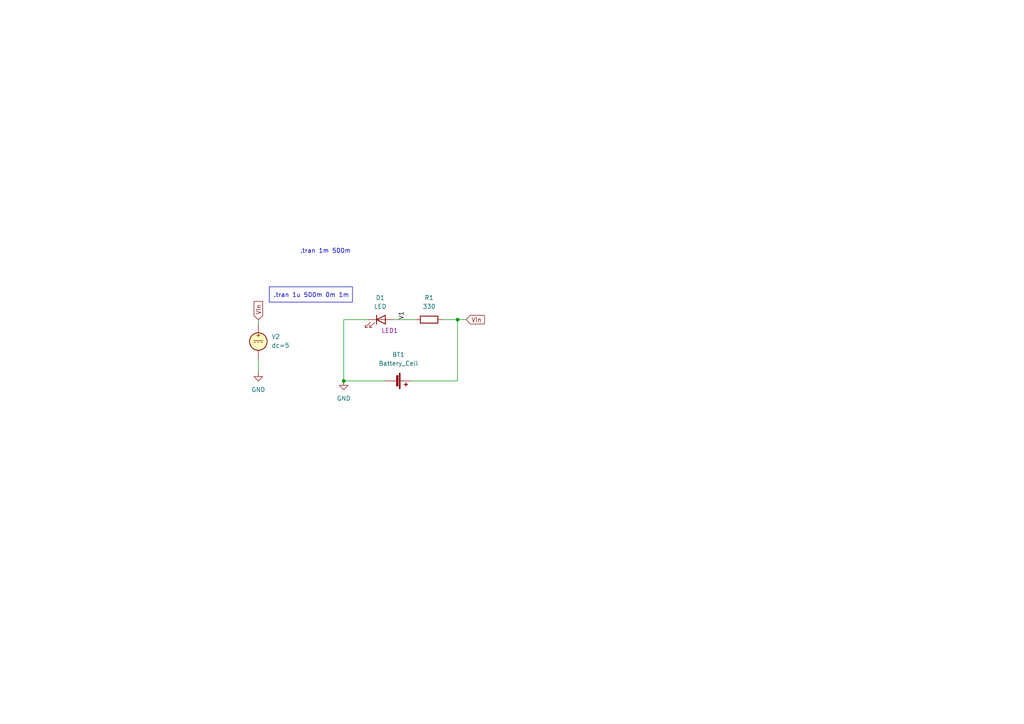
<source format=kicad_sch>
(kicad_sch (version 20231120) (generator "eeschema") (generator_version "8.0")
  (paper "A4")
  (lib_symbols
    (symbol "Device:Battery_Cell" (pin_numbers hide) (pin_names (offset 0) hide)
      (property "Reference" "BT" (at 2.54 2.54 0))
      (property "Value" "Battery_Cell" (at 2.54 0 0))
      (symbol "Battery_Cell_0_1"
        (rectangle (start -2.286 1.778) (end 2.286 1.524) (fill (type outline)))
        (rectangle (start -1.5748 1.1938) (end 1.4732 0.6858) (fill (type outline)))
        (polyline (pts (xy 0 0.762) (xy 0 0)))
        (polyline (pts (xy 0 1.778) (xy 0 2.54)))
        (polyline (pts (xy 0.508 3.429) (xy 1.524 3.429)) (stroke (width 0.254)))
        (polyline (pts (xy 1.016 3.937) (xy 1.016 2.921)) (stroke (width 0.254)))
      )
      (symbol "Battery_Cell_1_1"
        (pin passive line (at 0 5.08 270) (length 2.54) (name "+") (number "1"))
        (pin passive line (at 0 -2.54 90) (length 2.54) (name "-") (number "2"))
      )
    )
    (symbol "Device:LED" (pin_numbers hide) (pin_names (offset 1.016) hide)
      (property "Reference" "D" (at 0 2.54 0))
      (property "Value" "LED" (at 0 -2.54 0))
      (symbol "LED_0_1"
        (polyline (pts (xy -1.27 -1.27) (xy -1.27 1.27)) (stroke (width 0.254)))
        (polyline (pts (xy -1.27 0) (xy 1.27 0)))
        (polyline (pts (xy 1.27 -1.27) (xy 1.27 1.27) (xy -1.27 0) (xy 1.27 -1.27)) (stroke (width 0.254)))
        (polyline (pts (xy -3.048 -0.762) (xy -4.572 -2.286) (xy -3.81 -2.286) (xy -4.572 -2.286) (xy -4.572 -1.524)))
        (polyline (pts (xy -1.778 -0.762) (xy -3.302 -2.286) (xy -2.54 -2.286) (xy -3.302 -2.286) (xy -3.302 -1.524)))
      )
      (symbol "LED_1_1"
        (pin passive line (at -3.81 0 0) (length 2.54) (name "K") (number "1"))
        (pin passive line (at 3.81 0 180) (length 2.54) (name "A") (number "2"))
      )
    )
    (symbol "Device:R" (pin_numbers hide) (pin_names (offset 0))
      (property "Reference" "R" (at 2.032 0 90))
      (property "Value" "R" (at 0 0 90))
      (symbol "R_0_1"
        (rectangle (start -1.016 -2.54) (end 1.016 2.54) (stroke (width 0.254)))
      )
      (symbol "R_1_1"
        (pin passive line (at 0 3.81 270) (length 1.27) (name "~") (number "1"))
        (pin passive line (at 0 -3.81 90) (length 1.27) (name "~") (number "2"))
      )
    )
    (symbol "Simulation_SPICE:VDC" (pin_numbers hide) (pin_names (offset 0.0254))
      (property "Reference" "V" (at 2.54 2.54 0))
      (property "Value" "1" (at 2.54 0 0))
      (symbol "VDC_0_0"
        (polyline (pts (xy -1.27 0.254) (xy 1.27 0.254)))
        (polyline (pts (xy -0.762 -0.254) (xy -1.27 -0.254)))
        (polyline (pts (xy 0.254 -0.254) (xy -0.254 -0.254)))
        (polyline (pts (xy 1.27 -0.254) (xy 0.762 -0.254)))
        (text "+" (at 0 1.905 0) (effects (font (size 1.27 1.27))))
      )
      (symbol "VDC_0_1"
        (circle (center 0 0) (radius 2.54) (stroke (width 0.254)) (fill (type background)))
      )
      (symbol "VDC_1_1"
        (pin passive line (at 0 5.08 270) (length 2.54) (name "~") (number "1"))
        (pin passive line (at 0 -5.08 90) (length 2.54) (name "~") (number "2"))
      )
    )
    (symbol "power:GND" (power) (pin_names (offset 0))
      (property "Value" "GND" (at 0 -3.81 0))
      (symbol "GND_0_1"
        (polyline (pts (xy 0 0) (xy 0 -1.27) (xy 1.27 -1.27) (xy 0 -2.54) (xy -1.27 -1.27) (xy 0 -1.27)))
      )
      (symbol "GND_1_1"
        (pin power_in line (at 0 0 270) (length 0) hide (name "GND") (number "1"))
      )
    )
  )
  (junction (at 99.695 110.49) (diameter 0.9144))
  (junction (at 132.715 92.71) (diameter 0.9144))
  (wire (pts (xy 106.68 92.71) (xy 99.695 92.71)))
  (wire (pts (xy 99.695 92.71) (xy 99.695 110.49)))
  (wire (pts (xy 99.695 110.49) (xy 111.76 110.49)))
  (wire (pts (xy 74.93 92.71) (xy 74.93 93.98)))
  (wire (pts (xy 132.715 92.71) (xy 128.27 92.71)))
  (wire (pts (xy 135.255 92.71) (xy 132.715 92.71)))
  (wire (pts (xy 114.3 92.71) (xy 120.65 92.71)))
  (wire (pts (xy 119.38 110.49) (xy 132.715 110.49)))
  (wire (pts (xy 132.715 110.49) (xy 132.715 92.71)))
  (wire (pts (xy 74.93 104.14) (xy 74.93 107.95)))
  (rectangle (start 78.105 83.185) (end 102.235 87.63))
  (text ".tran 1m 500m" (at 86.995 73.66 0) (effects (font (size 1.27 1.27)) (justify left bottom)))
  (text ".tran 1u 500m 0m 1m" (at 90.297 85.725 0) (effects (font (size 1.27 1.27))))
  (label "V1" (at 117.475 92.71 90))
  (global_label "Vin" (shape input) (at 135.255 92.71 0) (property "Intersheetrefs" "${INTERSHEET_REFS}" (effects (hide yes))))
  (global_label "Vin" (shape input) (at 74.93 92.71 90) (property "Intersheetrefs" "${INTERSHEET_REFS}" (effects (hide yes))))
  (symbol (lib_id "power:GND") (at 74.93 107.95 0) (unit 1)
    (property "Reference" "#PWR01" (effects (hide yes)))
    (property "Value" "GND" (at 74.93 113.03 0))
  )
  (symbol (lib_id "Device:LED") (at 110.49 92.71 0) (unit 1)
    (property "Reference" "D1" (at 110.2995 86.36 0))
    (property "Value" "LED" (at 110.2995 88.9 0))
    (property "Sim.Library" "Spice models/led2.model" (effects (hide yes)))
    (property "Sim.Name" "LED1" (at 113.03 95.885 0))
    (property "Sim.Pins" "1=A 2=K" (effects (hide yes)))
    (property "Sim.Device" "D" (effects (hide yes)))
  )
  (symbol (lib_id "Simulation_SPICE:VDC") (at 74.93 99.06 0) (unit 1)
    (property "Reference" "V2" (at 78.74 97.6601 0) (effects (justify left)))
    (property "Value" "${SIM.PARAMS}" (at 78.74 100.2001 0) (effects (justify left)))
    (property "Description" "Voltage source, DC" (effects (hide yes)))
    (property "Sim.Pins" "1=+ 2=-" (effects (hide yes)))
    (property "Sim.Type" "DC" (effects (hide yes)))
    (property "Sim.Device" "V" (effects (hide yes)))
    (property "Sim.Params" "dc=5" (effects (hide yes)))
  )
  (symbol (lib_id "power:GND") (at 99.695 110.49 0) (unit 1)
    (property "Reference" "#PWR02" (effects (hide yes)))
    (property "Value" "GND" (at 99.695 115.57 0))
  )
  (symbol (lib_id "Device:Battery_Cell") (at 114.3 110.49 270) (unit 1) (exclude_from_sim yes)
    (property "Reference" "BT1" (at 115.57 102.87 90))
    (property "Value" "Battery_Cell" (at 115.57 105.41 90))
    (property "Sim.Device" "SPICE" (effects (hide yes)))
    (property "Sim.Params" "type=\"R\" model=\"Battery_Cell\" lib=\"\"" (effects (hide yes)))
    (property "Sim.Pins" "1=1 2=2" (effects (hide yes)))
  )
  (symbol (lib_id "Device:R") (at 124.46 92.71 90) (unit 1)
    (property "Reference" "R1" (at 124.46 86.36 90))
    (property "Value" "330" (at 124.46 88.9 90))
    (property "Sim.Device" "R" (effects (hide yes)))
    (property "Sim.Pins" "1=+ 2=-" (effects (hide yes)))
  )
)
</source>
